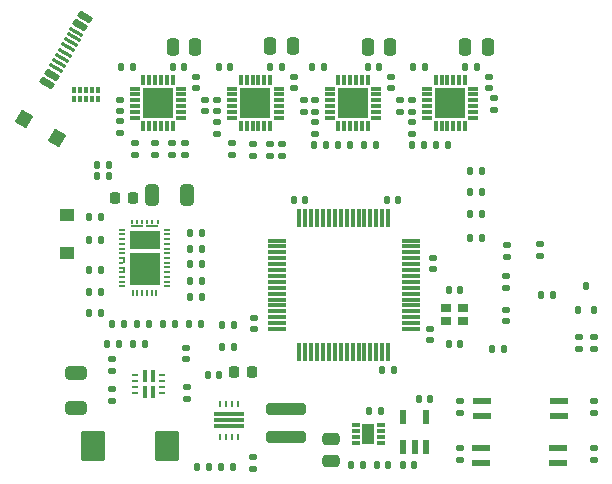
<source format=gbr>
%TF.GenerationSoftware,KiCad,Pcbnew,9.0.0*%
%TF.CreationDate,2025-07-02T21:21:17+02:00*%
%TF.ProjectId,PCK-ST1,50434b2d-5354-4312-9e6b-696361645f70,rev?*%
%TF.SameCoordinates,Original*%
%TF.FileFunction,Paste,Top*%
%TF.FilePolarity,Positive*%
%FSLAX46Y46*%
G04 Gerber Fmt 4.6, Leading zero omitted, Abs format (unit mm)*
G04 Created by KiCad (PCBNEW 9.0.0) date 2025-07-02 21:21:17*
%MOMM*%
%LPD*%
G01*
G04 APERTURE LIST*
G04 Aperture macros list*
%AMRoundRect*
0 Rectangle with rounded corners*
0 $1 Rounding radius*
0 $2 $3 $4 $5 $6 $7 $8 $9 X,Y pos of 4 corners*
0 Add a 4 corners polygon primitive as box body*
4,1,4,$2,$3,$4,$5,$6,$7,$8,$9,$2,$3,0*
0 Add four circle primitives for the rounded corners*
1,1,$1+$1,$2,$3*
1,1,$1+$1,$4,$5*
1,1,$1+$1,$6,$7*
1,1,$1+$1,$8,$9*
0 Add four rect primitives between the rounded corners*
20,1,$1+$1,$2,$3,$4,$5,0*
20,1,$1+$1,$4,$5,$6,$7,0*
20,1,$1+$1,$6,$7,$8,$9,0*
20,1,$1+$1,$8,$9,$2,$3,0*%
%AMRotRect*
0 Rectangle, with rotation*
0 The origin of the aperture is its center*
0 $1 length*
0 $2 width*
0 $3 Rotation angle, in degrees counterclockwise*
0 Add horizontal line*
21,1,$1,$2,0,0,$3*%
G04 Aperture macros list end*
%ADD10RoundRect,0.140000X-0.140000X-0.170000X0.140000X-0.170000X0.140000X0.170000X-0.140000X0.170000X0*%
%ADD11RoundRect,0.140000X0.140000X0.170000X-0.140000X0.170000X-0.140000X-0.170000X0.140000X-0.170000X0*%
%ADD12RoundRect,0.135000X0.135000X0.185000X-0.135000X0.185000X-0.135000X-0.185000X0.135000X-0.185000X0*%
%ADD13RoundRect,0.250000X-0.325000X-0.650000X0.325000X-0.650000X0.325000X0.650000X-0.325000X0.650000X0*%
%ADD14RoundRect,0.135000X-0.185000X0.135000X-0.185000X-0.135000X0.185000X-0.135000X0.185000X0.135000X0*%
%ADD15RoundRect,0.140000X0.170000X-0.140000X0.170000X0.140000X-0.170000X0.140000X-0.170000X-0.140000X0*%
%ADD16RoundRect,0.135000X-0.135000X-0.185000X0.135000X-0.185000X0.135000X0.185000X-0.135000X0.185000X0*%
%ADD17RoundRect,0.137500X-0.662500X-0.137500X0.662500X-0.137500X0.662500X0.137500X-0.662500X0.137500X0*%
%ADD18RoundRect,0.140000X-0.170000X0.140000X-0.170000X-0.140000X0.170000X-0.140000X0.170000X0.140000X0*%
%ADD19R,0.300000X0.850000*%
%ADD20R,0.850000X0.300000*%
%ADD21R,2.550000X2.550000*%
%ADD22RoundRect,0.135000X0.185000X-0.135000X0.185000X0.135000X-0.185000X0.135000X-0.185000X-0.135000X0*%
%ADD23R,0.300000X0.550000*%
%ADD24R,0.400000X0.550000*%
%ADD25R,0.600000X1.250000*%
%ADD26RoundRect,0.245000X-1.455000X0.245000X-1.455000X-0.245000X1.455000X-0.245000X1.455000X0.245000X0*%
%ADD27RoundRect,0.250000X-0.250000X-0.475000X0.250000X-0.475000X0.250000X0.475000X-0.250000X0.475000X0*%
%ADD28R,0.900000X0.800000*%
%ADD29R,0.700000X0.300000*%
%ADD30R,1.000000X1.700000*%
%ADD31R,2.500000X0.350000*%
%ADD32R,0.250000X0.600000*%
%ADD33R,0.200000X0.550000*%
%ADD34R,0.550000X0.200000*%
%ADD35R,0.200000X0.350000*%
%ADD36R,0.350000X0.200000*%
%ADD37R,2.650000X2.720000*%
%ADD38R,2.650000X1.530000*%
%ADD39R,1.100000X0.200000*%
%ADD40R,0.200000X0.600000*%
%ADD41RoundRect,0.225000X0.225000X0.250000X-0.225000X0.250000X-0.225000X-0.250000X0.225000X-0.250000X0*%
%ADD42RotRect,1.120000X1.220000X150.000000*%
%ADD43R,1.220000X1.120000*%
%ADD44RoundRect,0.250000X-0.475000X0.250000X-0.475000X-0.250000X0.475000X-0.250000X0.475000X0.250000X0*%
%ADD45R,0.400000X1.050000*%
%ADD46R,0.600000X0.200000*%
%ADD47RoundRect,0.075000X0.700000X0.075000X-0.700000X0.075000X-0.700000X-0.075000X0.700000X-0.075000X0*%
%ADD48RoundRect,0.075000X0.075000X0.700000X-0.075000X0.700000X-0.075000X-0.700000X0.075000X-0.700000X0*%
%ADD49RoundRect,0.112500X-0.112500X-0.237500X0.112500X-0.237500X0.112500X0.237500X-0.112500X0.237500X0*%
%ADD50RoundRect,0.250000X0.787500X1.025000X-0.787500X1.025000X-0.787500X-1.025000X0.787500X-1.025000X0*%
%ADD51RoundRect,0.150000X-0.358013X0.379904X-0.508013X0.120096X0.358013X-0.379904X0.508013X-0.120096X0*%
%ADD52RoundRect,0.075000X-0.460465X0.352452X-0.535465X0.222548X0.460465X-0.352452X0.535465X-0.222548X0*%
%ADD53RoundRect,0.250000X-0.650000X0.325000X-0.650000X-0.325000X0.650000X-0.325000X0.650000X0.325000X0*%
G04 APERTURE END LIST*
D10*
%TO.C,C18*%
X139651800Y-73279000D03*
X140611800Y-73279000D03*
%TD*%
D11*
%TO.C,C7*%
X137919400Y-92379800D03*
X136959400Y-92379800D03*
%TD*%
D12*
%TO.C,R27*%
X138660600Y-82524600D03*
X137640600Y-82524600D03*
%TD*%
D13*
%TO.C,C11*%
X142263600Y-84124800D03*
X145213600Y-84124800D03*
%TD*%
D14*
%TO.C,R16*%
X156057600Y-77950600D03*
X156057600Y-78970600D03*
%TD*%
D15*
%TO.C,C16*%
X139522200Y-77035600D03*
X139522200Y-76075600D03*
%TD*%
D11*
%TO.C,C4*%
X137919400Y-94107000D03*
X136959400Y-94107000D03*
%TD*%
D16*
%TO.C,R11*%
X140612400Y-96723200D03*
X141632400Y-96723200D03*
%TD*%
D17*
%TO.C,U2*%
X170155800Y-105537000D03*
X170155800Y-106807000D03*
X176655800Y-106807000D03*
X176655800Y-105537000D03*
%TD*%
%TO.C,U3*%
X170181200Y-101574600D03*
X170181200Y-102844600D03*
X176681200Y-102844600D03*
X176681200Y-101574600D03*
%TD*%
D18*
%TO.C,C27*%
X154279600Y-74119800D03*
X154279600Y-75079800D03*
%TD*%
D19*
%TO.C,IC1*%
X144024400Y-74429600D03*
X143524400Y-74429600D03*
X143024400Y-74429600D03*
X142524400Y-74429600D03*
X142024400Y-74429600D03*
X141524400Y-74429600D03*
D20*
X140824400Y-75129600D03*
X140824400Y-75629600D03*
X140824400Y-76129600D03*
X140824400Y-76629600D03*
X140824400Y-77129600D03*
X140824400Y-77629600D03*
D19*
X141524400Y-78329600D03*
X142024400Y-78329600D03*
X142524400Y-78329600D03*
X143024400Y-78329600D03*
X143524400Y-78329600D03*
X144024400Y-78329600D03*
D20*
X144724400Y-77629600D03*
X144724400Y-77129600D03*
X144724400Y-76629600D03*
X144724400Y-76129600D03*
X144724400Y-75629600D03*
X144724400Y-75129600D03*
D21*
X142774400Y-76379600D03*
%TD*%
D22*
%TO.C,R44*%
X168351200Y-102592600D03*
X168351200Y-101572600D03*
%TD*%
D16*
%TO.C,R34*%
X169162000Y-82092800D03*
X170182000Y-82092800D03*
%TD*%
D23*
%TO.C,D1*%
X137677400Y-75230800D03*
X137177400Y-75230800D03*
D24*
X136677400Y-75230800D03*
D23*
X136177400Y-75230800D03*
X135677400Y-75230800D03*
X135677400Y-76000800D03*
X136177400Y-76000800D03*
D24*
X136677400Y-76000800D03*
D23*
X137177400Y-76000800D03*
X137677400Y-76000800D03*
%TD*%
D12*
%TO.C,R9*%
X146483800Y-92760800D03*
X145463800Y-92760800D03*
%TD*%
D25*
%TO.C,IC5*%
X163546600Y-105446200D03*
X164496600Y-105446200D03*
X165446600Y-105446200D03*
X165446600Y-102946200D03*
X163546600Y-102946200D03*
%TD*%
D18*
%TO.C,C40*%
X171196000Y-75948600D03*
X171196000Y-76908600D03*
%TD*%
D14*
%TO.C,R13*%
X138861800Y-98067400D03*
X138861800Y-99087400D03*
%TD*%
D26*
%TO.C,L1*%
X153644600Y-102294600D03*
X153644600Y-104664600D03*
%TD*%
D15*
%TO.C,C52*%
X172262800Y-94841000D03*
X172262800Y-93881000D03*
%TD*%
D22*
%TO.C,R18*%
X142519400Y-80799400D03*
X142519400Y-79779400D03*
%TD*%
D16*
%TO.C,R53*%
X148181600Y-95173800D03*
X149201600Y-95173800D03*
%TD*%
D11*
%TO.C,C51*%
X168374000Y-92176600D03*
X167414000Y-92176600D03*
%TD*%
%TO.C,C42*%
X161615600Y-102463600D03*
X160655600Y-102463600D03*
%TD*%
D15*
%TO.C,C23*%
X147751800Y-77061000D03*
X147751800Y-76101000D03*
%TD*%
D10*
%TO.C,C30*%
X160537800Y-73304400D03*
X161497800Y-73304400D03*
%TD*%
D16*
%TO.C,R2*%
X148131400Y-107213400D03*
X149151400Y-107213400D03*
%TD*%
%TO.C,R35*%
X169162000Y-83921600D03*
X170182000Y-83921600D03*
%TD*%
%TO.C,R24*%
X166266400Y-79883000D03*
X167286400Y-79883000D03*
%TD*%
D27*
%TO.C,C20*%
X144040400Y-71577200D03*
X145940400Y-71577200D03*
%TD*%
D10*
%TO.C,C21*%
X164844600Y-101447600D03*
X165804600Y-101447600D03*
%TD*%
D16*
%TO.C,R36*%
X169187400Y-85750400D03*
X170207400Y-85750400D03*
%TD*%
D28*
%TO.C,Y1*%
X168594000Y-93734800D03*
X167194000Y-93734800D03*
X167194000Y-94834800D03*
X168594000Y-94834800D03*
%TD*%
D16*
%TO.C,R3*%
X146048000Y-107213400D03*
X147068000Y-107213400D03*
%TD*%
D15*
%TO.C,C48*%
X150926800Y-95526800D03*
X150926800Y-94566800D03*
%TD*%
D22*
%TO.C,R28*%
X143941800Y-80799400D03*
X143941800Y-79779400D03*
%TD*%
D10*
%TO.C,C6*%
X143233200Y-95072200D03*
X144193200Y-95072200D03*
%TD*%
%TO.C,C25*%
X152282800Y-73279000D03*
X153242800Y-73279000D03*
%TD*%
D14*
%TO.C,R12*%
X138859500Y-100556600D03*
X138859500Y-101576600D03*
%TD*%
D19*
%TO.C,IC3*%
X160524400Y-74429600D03*
X160024400Y-74429600D03*
X159524400Y-74429600D03*
X159024400Y-74429600D03*
X158524400Y-74429600D03*
X158024400Y-74429600D03*
D20*
X157324400Y-75129600D03*
X157324400Y-75629600D03*
X157324400Y-76129600D03*
X157324400Y-76629600D03*
X157324400Y-77129600D03*
X157324400Y-77629600D03*
D19*
X158024400Y-78329600D03*
X158524400Y-78329600D03*
X159024400Y-78329600D03*
X159524400Y-78329600D03*
X160024400Y-78329600D03*
X160524400Y-78329600D03*
D20*
X161224400Y-77629600D03*
X161224400Y-77129600D03*
X161224400Y-76629600D03*
X161224400Y-76129600D03*
X161224400Y-75629600D03*
X161224400Y-75129600D03*
D21*
X159274400Y-76379600D03*
%TD*%
D18*
%TO.C,C39*%
X170810676Y-74119800D03*
X170810676Y-75079800D03*
%TD*%
D14*
%TO.C,R14*%
X139522200Y-77899800D03*
X139522200Y-78919800D03*
%TD*%
D10*
%TO.C,C37*%
X164391400Y-73279000D03*
X165351400Y-73279000D03*
%TD*%
D22*
%TO.C,R21*%
X149072600Y-80774000D03*
X149072600Y-79754000D03*
%TD*%
D12*
%TO.C,R47*%
X137924000Y-90474800D03*
X136904000Y-90474800D03*
%TD*%
D10*
%TO.C,C31*%
X155831600Y-73304400D03*
X156791600Y-73304400D03*
%TD*%
D22*
%TO.C,R19*%
X140817600Y-80799400D03*
X140817600Y-79779400D03*
%TD*%
D12*
%TO.C,R7*%
X142038800Y-95072200D03*
X141018800Y-95072200D03*
%TD*%
D11*
%TO.C,C3*%
X147927000Y-99390200D03*
X146967000Y-99390200D03*
%TD*%
D16*
%TO.C,R26*%
X137640600Y-81584800D03*
X138660600Y-81584800D03*
%TD*%
D29*
%TO.C,S1*%
X159518200Y-103632000D03*
X159518200Y-104132000D03*
X159518200Y-104632000D03*
X159518200Y-105132000D03*
X161618200Y-105132000D03*
X161618200Y-104632000D03*
X161618200Y-104132000D03*
X161618200Y-103632000D03*
D30*
X160568200Y-104382000D03*
%TD*%
D16*
%TO.C,R52*%
X171016200Y-97180400D03*
X172036200Y-97180400D03*
%TD*%
D15*
%TO.C,C35*%
X164261800Y-77086400D03*
X164261800Y-76126400D03*
%TD*%
D31*
%TO.C,PS1*%
X148805800Y-102728600D03*
X148805800Y-103228600D03*
X148805800Y-103728600D03*
D32*
X148055800Y-104628600D03*
X148555800Y-104628600D03*
X149055800Y-104628600D03*
X149555800Y-104628600D03*
X149555800Y-101828600D03*
X149055800Y-101828600D03*
X148555800Y-101828600D03*
X148055800Y-101828600D03*
%TD*%
D19*
%TO.C,IC2*%
X152274400Y-74429600D03*
X151774400Y-74429600D03*
X151274400Y-74429600D03*
X150774400Y-74429600D03*
X150274400Y-74429600D03*
X149774400Y-74429600D03*
D20*
X149074400Y-75129600D03*
X149074400Y-75629600D03*
X149074400Y-76129600D03*
X149074400Y-76629600D03*
X149074400Y-77129600D03*
X149074400Y-77629600D03*
D19*
X149774400Y-78329600D03*
X150274400Y-78329600D03*
X150774400Y-78329600D03*
X151274400Y-78329600D03*
X151774400Y-78329600D03*
X152274400Y-78329600D03*
D20*
X152974400Y-77629600D03*
X152974400Y-77129600D03*
X152974400Y-76629600D03*
X152974400Y-76129600D03*
X152974400Y-75629600D03*
X152974400Y-75129600D03*
D21*
X151024400Y-76379600D03*
%TD*%
D15*
%TO.C,C29*%
X156057600Y-77086400D03*
X156057600Y-76126400D03*
%TD*%
D33*
%TO.C,IC8*%
X140630400Y-92409200D03*
X141030400Y-92409200D03*
X141430400Y-92409200D03*
X141830400Y-92409200D03*
X142230400Y-92409200D03*
X142630400Y-92409200D03*
D34*
X143555400Y-91884200D03*
X143555400Y-91484200D03*
X143555400Y-91084200D03*
X143555400Y-90684200D03*
X143555400Y-90284200D03*
X143555400Y-89884200D03*
X143555400Y-89484200D03*
X143555400Y-89084200D03*
X143555400Y-88684200D03*
X143555400Y-88284200D03*
X143555400Y-87884200D03*
X143555400Y-87484200D03*
X143555400Y-87084200D03*
D35*
X142730400Y-86459200D03*
X142280400Y-86459200D03*
X141830400Y-86459200D03*
X141430400Y-86459200D03*
X140980400Y-86459200D03*
X140530400Y-86459200D03*
D34*
X139705400Y-87084200D03*
X139705400Y-87484200D03*
X139705400Y-87884200D03*
X139705400Y-88284200D03*
X139705400Y-88684200D03*
X139705400Y-89084200D03*
D36*
X139605400Y-89485200D03*
X139605400Y-89885200D03*
X139605400Y-90285200D03*
X139605400Y-90685200D03*
D34*
X139705400Y-91084200D03*
X139705400Y-91484200D03*
X139705400Y-91884200D03*
D37*
X141630400Y-90449200D03*
D38*
X141630400Y-87924200D03*
D39*
X142280400Y-86735200D03*
X140980400Y-86734200D03*
D40*
X139880400Y-89685200D03*
X139880400Y-90485200D03*
%TD*%
D18*
%TO.C,C17*%
X146024600Y-74119800D03*
X146024600Y-75079800D03*
%TD*%
D22*
%TO.C,R31*%
X153289000Y-80824800D03*
X153289000Y-79804800D03*
%TD*%
%TO.C,R29*%
X145059400Y-80799400D03*
X145059400Y-79779400D03*
%TD*%
D41*
%TO.C,C8*%
X140652800Y-84378800D03*
X139102800Y-84378800D03*
%TD*%
D42*
%TO.C,D2*%
X134227641Y-79286000D03*
X131456359Y-77686000D03*
%TD*%
D22*
%TO.C,R43*%
X168325800Y-106555000D03*
X168325800Y-105535000D03*
%TD*%
D14*
%TO.C,R15*%
X147751800Y-77925200D03*
X147751800Y-78945200D03*
%TD*%
D12*
%TO.C,R50*%
X161190400Y-79908400D03*
X160170400Y-79908400D03*
%TD*%
D27*
%TO.C,C26*%
X168772800Y-71602600D03*
X170672800Y-71602600D03*
%TD*%
%TO.C,C32*%
X152295400Y-71551800D03*
X154195400Y-71551800D03*
%TD*%
D12*
%TO.C,R6*%
X139879800Y-95072200D03*
X138859800Y-95072200D03*
%TD*%
D14*
%TO.C,R40*%
X179654200Y-96187800D03*
X179654200Y-97207800D03*
%TD*%
D22*
%TO.C,R33*%
X172288200Y-89384600D03*
X172288200Y-88364600D03*
%TD*%
D16*
%TO.C,R10*%
X138428000Y-96723200D03*
X139448000Y-96723200D03*
%TD*%
%TO.C,R54*%
X148156200Y-97002600D03*
X149176200Y-97002600D03*
%TD*%
D22*
%TO.C,R51*%
X178384200Y-97207800D03*
X178384200Y-96187800D03*
%TD*%
%TO.C,R4*%
X145186400Y-101424200D03*
X145186400Y-100404200D03*
%TD*%
D18*
%TO.C,C34*%
X163296600Y-76126400D03*
X163296600Y-77086400D03*
%TD*%
D14*
%TO.C,R32*%
X175082200Y-88313800D03*
X175082200Y-89333800D03*
%TD*%
D11*
%TO.C,C10*%
X137919400Y-87934800D03*
X136959400Y-87934800D03*
%TD*%
D22*
%TO.C,R38*%
X172262800Y-92051600D03*
X172262800Y-91031600D03*
%TD*%
D43*
%TO.C,D3*%
X135077200Y-89077600D03*
X135077200Y-85877600D03*
%TD*%
D10*
%TO.C,C24*%
X147906800Y-73279000D03*
X148866800Y-73279000D03*
%TD*%
D44*
%TO.C,C2*%
X157429200Y-104790200D03*
X157429200Y-106690200D03*
%TD*%
D10*
%TO.C,C36*%
X168785600Y-73279000D03*
X169745600Y-73279000D03*
%TD*%
D16*
%TO.C,R49*%
X145463800Y-90017600D03*
X146483800Y-90017600D03*
%TD*%
D18*
%TO.C,C15*%
X146786600Y-76101000D03*
X146786600Y-77061000D03*
%TD*%
D16*
%TO.C,R37*%
X169187400Y-87782400D03*
X170207400Y-87782400D03*
%TD*%
D11*
%TO.C,C9*%
X137919400Y-85979000D03*
X136959400Y-85979000D03*
%TD*%
D18*
%TO.C,C28*%
X155092400Y-76126400D03*
X155092400Y-77086400D03*
%TD*%
D10*
%TO.C,C45*%
X154256800Y-84531200D03*
X155216800Y-84531200D03*
%TD*%
D11*
%TO.C,C47*%
X162709800Y-98958400D03*
X161749800Y-98958400D03*
%TD*%
D15*
%TO.C,C13*%
X145161000Y-98041400D03*
X145161000Y-97081400D03*
%TD*%
D16*
%TO.C,R46*%
X145463800Y-87350600D03*
X146483800Y-87350600D03*
%TD*%
D45*
%TO.C,IC7*%
X142336000Y-99477200D03*
X141636000Y-99477200D03*
D46*
X140836000Y-99402200D03*
X140836000Y-99902200D03*
X140836000Y-100402200D03*
X140836000Y-100902200D03*
D45*
X141636000Y-100827200D03*
X142336000Y-100827200D03*
D46*
X143136000Y-100902200D03*
X143136000Y-100402200D03*
X143136000Y-99902200D03*
X143136000Y-99402200D03*
%TD*%
D11*
%TO.C,C43*%
X162276000Y-107010200D03*
X161316000Y-107010200D03*
%TD*%
D19*
%TO.C,IC4*%
X168774400Y-74429600D03*
X168274400Y-74429600D03*
X167774400Y-74429600D03*
X167274400Y-74429600D03*
X166774400Y-74429600D03*
X166274400Y-74429600D03*
D20*
X165574400Y-75129600D03*
X165574400Y-75629600D03*
X165574400Y-76129600D03*
X165574400Y-76629600D03*
X165574400Y-77129600D03*
X165574400Y-77629600D03*
D19*
X166274400Y-78329600D03*
X166774400Y-78329600D03*
X167274400Y-78329600D03*
X167774400Y-78329600D03*
X168274400Y-78329600D03*
X168774400Y-78329600D03*
D20*
X169474400Y-77629600D03*
X169474400Y-77129600D03*
X169474400Y-76629600D03*
X169474400Y-76129600D03*
X169474400Y-75629600D03*
X169474400Y-75129600D03*
D21*
X167524400Y-76379600D03*
%TD*%
D47*
%TO.C,U1*%
X164175000Y-95500000D03*
X164175000Y-95000000D03*
X164175000Y-94500000D03*
X164175000Y-94000000D03*
X164175000Y-93500000D03*
X164175000Y-93000000D03*
X164175000Y-92500000D03*
X164175000Y-92000000D03*
X164175000Y-91500000D03*
X164175000Y-91000000D03*
X164175000Y-90500000D03*
X164175000Y-90000000D03*
X164175000Y-89500000D03*
X164175000Y-89000000D03*
X164175000Y-88500000D03*
X164175000Y-88000000D03*
D48*
X162250000Y-86075000D03*
X161750000Y-86075000D03*
X161250000Y-86075000D03*
X160750000Y-86075000D03*
X160250000Y-86075000D03*
X159750000Y-86075000D03*
X159250000Y-86075000D03*
X158750000Y-86075000D03*
X158250000Y-86075000D03*
X157750000Y-86075000D03*
X157250000Y-86075000D03*
X156750000Y-86075000D03*
X156250000Y-86075000D03*
X155750000Y-86075000D03*
X155250000Y-86075000D03*
X154750000Y-86075000D03*
D47*
X152825000Y-88000000D03*
X152825000Y-88500000D03*
X152825000Y-89000000D03*
X152825000Y-89500000D03*
X152825000Y-90000000D03*
X152825000Y-90500000D03*
X152825000Y-91000000D03*
X152825000Y-91500000D03*
X152825000Y-92000000D03*
X152825000Y-92500000D03*
X152825000Y-93000000D03*
X152825000Y-93500000D03*
X152825000Y-94000000D03*
X152825000Y-94500000D03*
X152825000Y-95000000D03*
X152825000Y-95500000D03*
D48*
X154750000Y-97425000D03*
X155250000Y-97425000D03*
X155750000Y-97425000D03*
X156250000Y-97425000D03*
X156750000Y-97425000D03*
X157250000Y-97425000D03*
X157750000Y-97425000D03*
X158250000Y-97425000D03*
X158750000Y-97425000D03*
X159250000Y-97425000D03*
X159750000Y-97425000D03*
X160250000Y-97425000D03*
X160750000Y-97425000D03*
X161250000Y-97425000D03*
X161750000Y-97425000D03*
X162250000Y-97425000D03*
%TD*%
D10*
%TO.C,C41*%
X159133600Y-107010200D03*
X160093600Y-107010200D03*
%TD*%
D49*
%TO.C,Q1*%
X178369200Y-93887800D03*
X179669200Y-93887800D03*
X179019200Y-91887800D03*
%TD*%
D22*
%TO.C,R30*%
X152222200Y-80824800D03*
X152222200Y-79804800D03*
%TD*%
D50*
%TO.C,C14*%
X143498300Y-105435400D03*
X137273300Y-105435400D03*
%TD*%
D12*
%TO.C,R39*%
X176176400Y-92608400D03*
X175156400Y-92608400D03*
%TD*%
D18*
%TO.C,C49*%
X165785800Y-95504000D03*
X165785800Y-96464000D03*
%TD*%
D14*
%TO.C,R17*%
X164261800Y-77976000D03*
X164261800Y-78996000D03*
%TD*%
D16*
%TO.C,R8*%
X145463800Y-91389200D03*
X146483800Y-91389200D03*
%TD*%
D10*
%TO.C,C19*%
X144020600Y-73279000D03*
X144980600Y-73279000D03*
%TD*%
D16*
%TO.C,R25*%
X164234400Y-79883000D03*
X165254400Y-79883000D03*
%TD*%
D11*
%TO.C,C50*%
X168374000Y-96723200D03*
X167414000Y-96723200D03*
%TD*%
D51*
%TO.C,J7*%
X136593265Y-69101219D03*
X136193265Y-69794039D03*
D52*
X135618265Y-70789968D03*
X135118265Y-71655994D03*
X134868265Y-72089006D03*
X134368265Y-72955032D03*
D51*
X133793265Y-73950961D03*
X133393265Y-74643781D03*
X133393265Y-74643781D03*
X133793265Y-73950961D03*
D52*
X134118265Y-73388044D03*
X134618265Y-72522019D03*
X135368265Y-71222981D03*
X135868265Y-70356956D03*
D51*
X136193265Y-69794039D03*
X136593265Y-69101219D03*
%TD*%
D18*
%TO.C,C46*%
X166065200Y-89486800D03*
X166065200Y-90446800D03*
%TD*%
D41*
%TO.C,C5*%
X150762000Y-99110800D03*
X149212000Y-99110800D03*
%TD*%
D16*
%TO.C,R23*%
X156004800Y-79883000D03*
X157024800Y-79883000D03*
%TD*%
D10*
%TO.C,C44*%
X162130800Y-84582000D03*
X163090800Y-84582000D03*
%TD*%
D16*
%TO.C,R48*%
X145463800Y-88696800D03*
X146483800Y-88696800D03*
%TD*%
D22*
%TO.C,R20*%
X150774400Y-80824800D03*
X150774400Y-79804800D03*
%TD*%
D16*
%TO.C,R22*%
X158011400Y-79883000D03*
X159031400Y-79883000D03*
%TD*%
D14*
%TO.C,R42*%
X179679600Y-101572600D03*
X179679600Y-102592600D03*
%TD*%
D22*
%TO.C,R5*%
X150775000Y-107367800D03*
X150775000Y-106347800D03*
%TD*%
D14*
%TO.C,R41*%
X179679600Y-105560400D03*
X179679600Y-106580400D03*
%TD*%
D53*
%TO.C,C12*%
X135864600Y-99210600D03*
X135864600Y-102160600D03*
%TD*%
D18*
%TO.C,C33*%
X162540223Y-74119800D03*
X162540223Y-75079800D03*
%TD*%
D16*
%TO.C,R45*%
X145362200Y-95097600D03*
X146382200Y-95097600D03*
%TD*%
D10*
%TO.C,C22*%
X163500400Y-106984800D03*
X164460400Y-106984800D03*
%TD*%
D27*
%TO.C,C38*%
X160543200Y-71653400D03*
X162443200Y-71653400D03*
%TD*%
M02*

</source>
